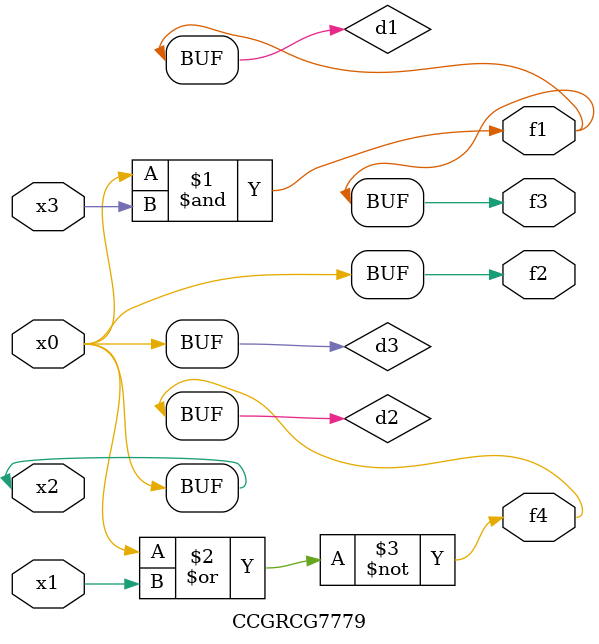
<source format=v>
module CCGRCG7779(
	input x0, x1, x2, x3,
	output f1, f2, f3, f4
);

	wire d1, d2, d3;

	and (d1, x2, x3);
	nor (d2, x0, x1);
	buf (d3, x0, x2);
	assign f1 = d1;
	assign f2 = d3;
	assign f3 = d1;
	assign f4 = d2;
endmodule

</source>
